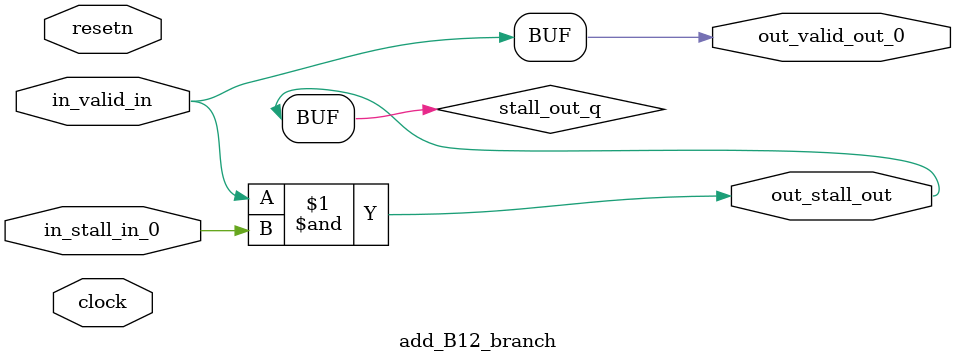
<source format=sv>



(* altera_attribute = "-name AUTO_SHIFT_REGISTER_RECOGNITION OFF; -name MESSAGE_DISABLE 10036; -name MESSAGE_DISABLE 10037; -name MESSAGE_DISABLE 14130; -name MESSAGE_DISABLE 14320; -name MESSAGE_DISABLE 15400; -name MESSAGE_DISABLE 14130; -name MESSAGE_DISABLE 10036; -name MESSAGE_DISABLE 12020; -name MESSAGE_DISABLE 12030; -name MESSAGE_DISABLE 12010; -name MESSAGE_DISABLE 12110; -name MESSAGE_DISABLE 14320; -name MESSAGE_DISABLE 13410; -name MESSAGE_DISABLE 113007; -name MESSAGE_DISABLE 10958" *)
module add_B12_branch (
    input wire [0:0] in_stall_in_0,
    input wire [0:0] in_valid_in,
    output wire [0:0] out_stall_out,
    output wire [0:0] out_valid_out_0,
    input wire clock,
    input wire resetn
    );

    wire [0:0] stall_out_q;


    // stall_out(LOGICAL,6)
    assign stall_out_q = in_valid_in & in_stall_in_0;

    // out_stall_out(GPOUT,4)
    assign out_stall_out = stall_out_q;

    // out_valid_out_0(GPOUT,5)
    assign out_valid_out_0 = in_valid_in;

endmodule

</source>
